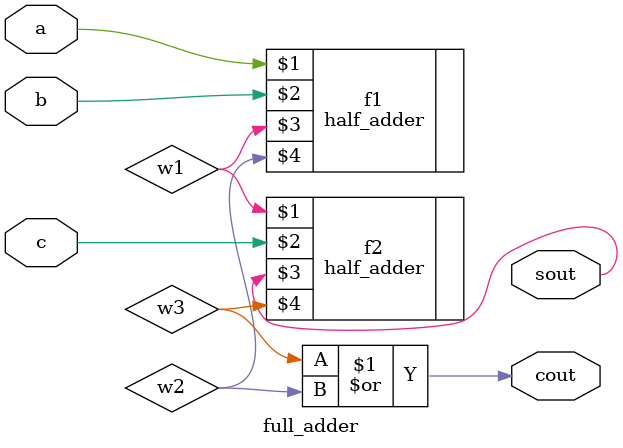
<source format=v>


module full_adder (a,b,c,sout,cout);

	input a;
	input b;
	input c;
	output cout,sout;
	wire w1,w2,w3;
	half_adder f1(a,b,w1,w2);
	half_adder f2(w1,c,sout,w3);
	assign cout = w3|w2;
	
	
endmodule 
</source>
